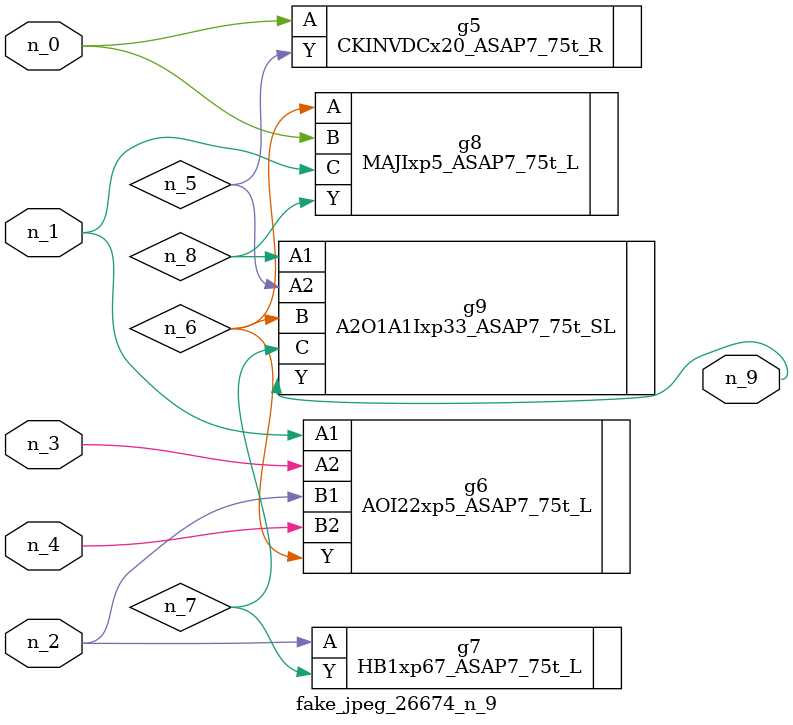
<source format=v>
module fake_jpeg_26674_n_9 (n_3, n_2, n_1, n_0, n_4, n_9);

input n_3;
input n_2;
input n_1;
input n_0;
input n_4;

output n_9;

wire n_8;
wire n_6;
wire n_5;
wire n_7;

CKINVDCx20_ASAP7_75t_R g5 ( 
.A(n_0),
.Y(n_5)
);

AOI22xp5_ASAP7_75t_L g6 ( 
.A1(n_1),
.A2(n_3),
.B1(n_2),
.B2(n_4),
.Y(n_6)
);

HB1xp67_ASAP7_75t_L g7 ( 
.A(n_2),
.Y(n_7)
);

MAJIxp5_ASAP7_75t_L g8 ( 
.A(n_6),
.B(n_0),
.C(n_1),
.Y(n_8)
);

A2O1A1Ixp33_ASAP7_75t_SL g9 ( 
.A1(n_8),
.A2(n_5),
.B(n_6),
.C(n_7),
.Y(n_9)
);


endmodule
</source>
